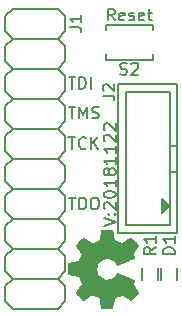
<source format=gto>
G04 #@! TF.GenerationSoftware,KiCad,Pcbnew,5.0.1-33cea8e~68~ubuntu18.04.1*
G04 #@! TF.CreationDate,2018-11-22T22:47:37+01:00*
G04 #@! TF.ProjectId,jtag_20pin_to_10pin,6A7461675F323070696E5F746F5F3130,rev?*
G04 #@! TF.SameCoordinates,Original*
G04 #@! TF.FileFunction,Legend,Top*
G04 #@! TF.FilePolarity,Positive*
%FSLAX46Y46*%
G04 Gerber Fmt 4.6, Leading zero omitted, Abs format (unit mm)*
G04 Created by KiCad (PCBNEW 5.0.1-33cea8e~68~ubuntu18.04.1) date do 22 nov 2018 22:47:37 CET*
%MOMM*%
%LPD*%
G01*
G04 APERTURE LIST*
%ADD10C,0.150000*%
%ADD11C,0.010000*%
G04 APERTURE END LIST*
D10*
X140061904Y-70852380D02*
X139728571Y-70376190D01*
X139490476Y-70852380D02*
X139490476Y-69852380D01*
X139871428Y-69852380D01*
X139966666Y-69900000D01*
X140014285Y-69947619D01*
X140061904Y-70042857D01*
X140061904Y-70185714D01*
X140014285Y-70280952D01*
X139966666Y-70328571D01*
X139871428Y-70376190D01*
X139490476Y-70376190D01*
X140871428Y-70804761D02*
X140776190Y-70852380D01*
X140585714Y-70852380D01*
X140490476Y-70804761D01*
X140442857Y-70709523D01*
X140442857Y-70328571D01*
X140490476Y-70233333D01*
X140585714Y-70185714D01*
X140776190Y-70185714D01*
X140871428Y-70233333D01*
X140919047Y-70328571D01*
X140919047Y-70423809D01*
X140442857Y-70519047D01*
X141300000Y-70804761D02*
X141395238Y-70852380D01*
X141585714Y-70852380D01*
X141680952Y-70804761D01*
X141728571Y-70709523D01*
X141728571Y-70661904D01*
X141680952Y-70566666D01*
X141585714Y-70519047D01*
X141442857Y-70519047D01*
X141347619Y-70471428D01*
X141300000Y-70376190D01*
X141300000Y-70328571D01*
X141347619Y-70233333D01*
X141442857Y-70185714D01*
X141585714Y-70185714D01*
X141680952Y-70233333D01*
X142538095Y-70804761D02*
X142442857Y-70852380D01*
X142252380Y-70852380D01*
X142157142Y-70804761D01*
X142109523Y-70709523D01*
X142109523Y-70328571D01*
X142157142Y-70233333D01*
X142252380Y-70185714D01*
X142442857Y-70185714D01*
X142538095Y-70233333D01*
X142585714Y-70328571D01*
X142585714Y-70423809D01*
X142109523Y-70519047D01*
X142871428Y-70185714D02*
X143252380Y-70185714D01*
X143014285Y-69852380D02*
X143014285Y-70709523D01*
X143061904Y-70804761D01*
X143157142Y-70852380D01*
X143252380Y-70852380D01*
X136190476Y-85852380D02*
X136761904Y-85852380D01*
X136476190Y-86852380D02*
X136476190Y-85852380D01*
X137095238Y-86852380D02*
X137095238Y-85852380D01*
X137333333Y-85852380D01*
X137476190Y-85900000D01*
X137571428Y-85995238D01*
X137619047Y-86090476D01*
X137666666Y-86280952D01*
X137666666Y-86423809D01*
X137619047Y-86614285D01*
X137571428Y-86709523D01*
X137476190Y-86804761D01*
X137333333Y-86852380D01*
X137095238Y-86852380D01*
X138285714Y-85852380D02*
X138476190Y-85852380D01*
X138571428Y-85900000D01*
X138666666Y-85995238D01*
X138714285Y-86185714D01*
X138714285Y-86519047D01*
X138666666Y-86709523D01*
X138571428Y-86804761D01*
X138476190Y-86852380D01*
X138285714Y-86852380D01*
X138190476Y-86804761D01*
X138095238Y-86709523D01*
X138047619Y-86519047D01*
X138047619Y-86185714D01*
X138095238Y-85995238D01*
X138190476Y-85900000D01*
X138285714Y-85852380D01*
X136164285Y-80752380D02*
X136735714Y-80752380D01*
X136450000Y-81752380D02*
X136450000Y-80752380D01*
X137640476Y-81657142D02*
X137592857Y-81704761D01*
X137450000Y-81752380D01*
X137354761Y-81752380D01*
X137211904Y-81704761D01*
X137116666Y-81609523D01*
X137069047Y-81514285D01*
X137021428Y-81323809D01*
X137021428Y-81180952D01*
X137069047Y-80990476D01*
X137116666Y-80895238D01*
X137211904Y-80800000D01*
X137354761Y-80752380D01*
X137450000Y-80752380D01*
X137592857Y-80800000D01*
X137640476Y-80847619D01*
X138069047Y-81752380D02*
X138069047Y-80752380D01*
X138640476Y-81752380D02*
X138211904Y-81180952D01*
X138640476Y-80752380D02*
X138069047Y-81323809D01*
X136166666Y-78152380D02*
X136738095Y-78152380D01*
X136452380Y-79152380D02*
X136452380Y-78152380D01*
X137071428Y-79152380D02*
X137071428Y-78152380D01*
X137404761Y-78866666D01*
X137738095Y-78152380D01*
X137738095Y-79152380D01*
X138166666Y-79104761D02*
X138309523Y-79152380D01*
X138547619Y-79152380D01*
X138642857Y-79104761D01*
X138690476Y-79057142D01*
X138738095Y-78961904D01*
X138738095Y-78866666D01*
X138690476Y-78771428D01*
X138642857Y-78723809D01*
X138547619Y-78676190D01*
X138357142Y-78628571D01*
X138261904Y-78580952D01*
X138214285Y-78533333D01*
X138166666Y-78438095D01*
X138166666Y-78342857D01*
X138214285Y-78247619D01*
X138261904Y-78200000D01*
X138357142Y-78152380D01*
X138595238Y-78152380D01*
X138738095Y-78200000D01*
X136176190Y-75652380D02*
X136747619Y-75652380D01*
X136461904Y-76652380D02*
X136461904Y-75652380D01*
X137080952Y-76652380D02*
X137080952Y-75652380D01*
X137319047Y-75652380D01*
X137461904Y-75700000D01*
X137557142Y-75795238D01*
X137604761Y-75890476D01*
X137652380Y-76080952D01*
X137652380Y-76223809D01*
X137604761Y-76414285D01*
X137557142Y-76509523D01*
X137461904Y-76604761D01*
X137319047Y-76652380D01*
X137080952Y-76652380D01*
X138080952Y-76652380D02*
X138080952Y-75652380D01*
D11*
G04 #@! TO.C,N1*
G36*
X136568931Y-91344186D02*
X137013555Y-91260365D01*
X137141053Y-90951080D01*
X137268551Y-90641794D01*
X137016246Y-90270754D01*
X136945996Y-90166843D01*
X136883272Y-90072913D01*
X136830938Y-89993348D01*
X136791857Y-89932530D01*
X136768893Y-89894843D01*
X136763942Y-89884579D01*
X136776676Y-89866090D01*
X136811882Y-89826580D01*
X136865062Y-89770478D01*
X136931718Y-89702213D01*
X137007354Y-89626214D01*
X137087472Y-89546908D01*
X137167574Y-89468725D01*
X137243164Y-89396093D01*
X137309745Y-89333441D01*
X137362818Y-89285197D01*
X137397887Y-89255790D01*
X137409623Y-89248759D01*
X137431260Y-89258877D01*
X137478662Y-89287241D01*
X137547193Y-89330871D01*
X137632215Y-89386782D01*
X137729093Y-89451994D01*
X137784350Y-89489781D01*
X137885248Y-89558657D01*
X137976299Y-89619860D01*
X138052970Y-89670422D01*
X138110728Y-89707372D01*
X138145043Y-89727742D01*
X138152254Y-89730803D01*
X138172748Y-89723864D01*
X138220513Y-89704949D01*
X138288832Y-89676913D01*
X138370989Y-89642609D01*
X138460270Y-89604891D01*
X138549958Y-89566613D01*
X138633338Y-89530630D01*
X138703694Y-89499794D01*
X138754310Y-89476961D01*
X138778471Y-89464983D01*
X138779422Y-89464276D01*
X138784036Y-89445469D01*
X138794328Y-89395382D01*
X138809287Y-89319207D01*
X138827901Y-89222135D01*
X138849159Y-89109357D01*
X138861418Y-89043558D01*
X138884362Y-88923050D01*
X138906195Y-88814203D01*
X138925722Y-88722524D01*
X138941748Y-88653519D01*
X138953079Y-88612696D01*
X138956674Y-88604489D01*
X138981006Y-88596452D01*
X139035959Y-88589967D01*
X139115108Y-88585030D01*
X139212026Y-88581636D01*
X139320287Y-88579782D01*
X139433465Y-88579462D01*
X139545135Y-88580673D01*
X139648868Y-88583410D01*
X139738241Y-88587669D01*
X139806826Y-88593445D01*
X139848197Y-88600733D01*
X139856810Y-88605105D01*
X139867133Y-88631236D01*
X139881892Y-88686607D01*
X139899352Y-88763893D01*
X139917780Y-88855770D01*
X139923741Y-88887842D01*
X139952066Y-89042476D01*
X139974876Y-89164625D01*
X139993080Y-89258327D01*
X140007583Y-89327616D01*
X140019292Y-89376529D01*
X140029115Y-89409103D01*
X140037956Y-89429372D01*
X140046724Y-89441374D01*
X140048457Y-89443053D01*
X140076371Y-89459816D01*
X140130695Y-89485386D01*
X140204777Y-89517212D01*
X140291965Y-89552740D01*
X140385608Y-89589417D01*
X140479052Y-89624689D01*
X140565647Y-89656004D01*
X140638740Y-89680807D01*
X140691678Y-89696546D01*
X140717811Y-89700668D01*
X140718726Y-89700324D01*
X140740086Y-89686359D01*
X140787084Y-89654678D01*
X140854827Y-89608609D01*
X140938423Y-89551482D01*
X141032982Y-89486627D01*
X141059854Y-89468157D01*
X141157275Y-89402301D01*
X141246163Y-89344350D01*
X141321412Y-89297462D01*
X141377920Y-89264793D01*
X141410581Y-89249500D01*
X141414593Y-89248759D01*
X141435684Y-89261608D01*
X141477464Y-89297112D01*
X141535445Y-89350707D01*
X141605135Y-89417829D01*
X141682045Y-89493913D01*
X141761683Y-89574396D01*
X141839561Y-89654713D01*
X141911186Y-89730301D01*
X141972070Y-89796595D01*
X142017721Y-89849031D01*
X142043650Y-89883045D01*
X142047883Y-89892455D01*
X142037912Y-89914357D01*
X142011020Y-89959200D01*
X141971736Y-90019679D01*
X141940117Y-90066211D01*
X141882098Y-90150525D01*
X141813784Y-90250374D01*
X141745579Y-90350527D01*
X141709075Y-90404373D01*
X141585800Y-90586629D01*
X141668520Y-90739619D01*
X141704759Y-90809318D01*
X141732926Y-90868586D01*
X141748991Y-90908689D01*
X141751226Y-90918897D01*
X141734722Y-90931171D01*
X141688082Y-90955387D01*
X141615609Y-90989737D01*
X141521606Y-91032412D01*
X141410374Y-91081606D01*
X141286215Y-91135510D01*
X141153432Y-91192316D01*
X141016327Y-91250218D01*
X140879202Y-91307407D01*
X140746358Y-91362076D01*
X140622098Y-91412416D01*
X140510725Y-91456620D01*
X140416539Y-91492881D01*
X140343844Y-91519391D01*
X140296941Y-91534342D01*
X140280833Y-91536746D01*
X140260286Y-91517689D01*
X140226933Y-91475964D01*
X140187702Y-91420294D01*
X140184599Y-91415622D01*
X140069423Y-91271736D01*
X139935053Y-91155717D01*
X139785784Y-91068570D01*
X139625913Y-91011301D01*
X139459737Y-90984914D01*
X139291552Y-90990415D01*
X139125655Y-91028810D01*
X138966342Y-91101105D01*
X138931487Y-91122374D01*
X138790737Y-91233004D01*
X138677714Y-91363698D01*
X138593003Y-91509936D01*
X138537194Y-91667192D01*
X138510874Y-91830943D01*
X138514630Y-91996667D01*
X138549050Y-92159838D01*
X138614723Y-92315935D01*
X138712235Y-92460433D01*
X138751813Y-92505131D01*
X138875703Y-92618888D01*
X139006124Y-92701782D01*
X139152315Y-92758644D01*
X139297088Y-92790313D01*
X139459860Y-92798131D01*
X139623440Y-92772062D01*
X139782298Y-92714755D01*
X139930906Y-92628856D01*
X140063735Y-92517014D01*
X140175256Y-92381877D01*
X140187011Y-92364117D01*
X140225508Y-92307850D01*
X140258863Y-92265077D01*
X140280160Y-92244628D01*
X140280833Y-92244331D01*
X140303871Y-92248721D01*
X140356157Y-92266124D01*
X140433390Y-92294732D01*
X140531268Y-92332735D01*
X140645491Y-92378326D01*
X140771758Y-92429697D01*
X140905767Y-92485038D01*
X141043218Y-92542542D01*
X141179808Y-92600399D01*
X141311237Y-92656802D01*
X141433205Y-92709942D01*
X141541409Y-92758010D01*
X141631549Y-92799199D01*
X141699323Y-92831699D01*
X141740430Y-92853703D01*
X141751226Y-92862564D01*
X141742819Y-92889640D01*
X141720272Y-92940303D01*
X141687613Y-93005817D01*
X141668520Y-93041841D01*
X141585800Y-93194832D01*
X141709075Y-93377088D01*
X141772228Y-93470125D01*
X141841727Y-93571985D01*
X141907165Y-93667438D01*
X141940117Y-93715250D01*
X141985273Y-93782495D01*
X142021057Y-93839436D01*
X142042938Y-93878646D01*
X142047563Y-93891381D01*
X142035085Y-93909917D01*
X142000252Y-93950941D01*
X141946678Y-94010475D01*
X141877983Y-94084542D01*
X141797781Y-94169165D01*
X141746286Y-94222685D01*
X141654286Y-94316319D01*
X141571999Y-94397241D01*
X141502945Y-94462177D01*
X141450644Y-94507858D01*
X141418616Y-94531011D01*
X141412116Y-94533232D01*
X141387394Y-94522924D01*
X141337405Y-94494439D01*
X141267212Y-94450937D01*
X141181875Y-94395577D01*
X141086456Y-94331520D01*
X141059854Y-94313303D01*
X140963167Y-94246927D01*
X140876117Y-94187378D01*
X140803595Y-94137984D01*
X140750493Y-94102075D01*
X140721703Y-94082981D01*
X140718726Y-94081136D01*
X140695782Y-94083895D01*
X140645336Y-94098538D01*
X140574041Y-94122513D01*
X140488547Y-94153266D01*
X140395507Y-94188244D01*
X140301574Y-94224893D01*
X140213399Y-94260661D01*
X140137634Y-94292994D01*
X140080931Y-94319338D01*
X140049943Y-94337142D01*
X140048457Y-94338407D01*
X140039601Y-94349294D01*
X140030843Y-94367682D01*
X140021277Y-94397606D01*
X140009996Y-94443103D01*
X139996093Y-94508209D01*
X139978663Y-94596961D01*
X139956798Y-94713393D01*
X139929591Y-94861542D01*
X139923741Y-94893618D01*
X139905374Y-94988686D01*
X139887405Y-95071565D01*
X139871569Y-95134930D01*
X139859600Y-95171458D01*
X139856810Y-95176356D01*
X139832072Y-95184427D01*
X139776790Y-95190987D01*
X139697389Y-95196033D01*
X139600296Y-95199559D01*
X139491938Y-95201561D01*
X139378740Y-95202036D01*
X139267128Y-95200977D01*
X139163529Y-95198382D01*
X139074368Y-95194246D01*
X139006072Y-95188563D01*
X138965066Y-95181331D01*
X138956674Y-95176971D01*
X138948208Y-95152698D01*
X138934435Y-95097426D01*
X138916550Y-95016662D01*
X138895748Y-94915912D01*
X138873223Y-94800683D01*
X138861418Y-94737902D01*
X138839151Y-94618787D01*
X138818979Y-94512565D01*
X138801915Y-94424427D01*
X138788969Y-94359566D01*
X138781155Y-94323174D01*
X138779422Y-94317184D01*
X138759890Y-94307061D01*
X138712843Y-94285662D01*
X138645003Y-94255839D01*
X138563091Y-94220445D01*
X138473828Y-94182332D01*
X138383935Y-94144353D01*
X138300135Y-94109360D01*
X138229147Y-94080206D01*
X138177694Y-94059743D01*
X138152497Y-94050823D01*
X138151396Y-94050657D01*
X138131519Y-94060769D01*
X138085777Y-94089117D01*
X138018717Y-94132723D01*
X137934884Y-94188606D01*
X137838826Y-94253787D01*
X137783650Y-94291679D01*
X137682481Y-94360725D01*
X137590630Y-94422050D01*
X137512744Y-94472663D01*
X137453469Y-94509571D01*
X137417451Y-94529782D01*
X137409377Y-94532701D01*
X137390584Y-94520153D01*
X137350457Y-94485463D01*
X137293493Y-94433063D01*
X137224185Y-94367384D01*
X137147031Y-94292856D01*
X137066525Y-94213913D01*
X136987163Y-94134983D01*
X136913440Y-94060500D01*
X136849852Y-93994894D01*
X136800894Y-93942596D01*
X136771061Y-93908039D01*
X136763942Y-93896478D01*
X136773953Y-93877654D01*
X136802078Y-93832631D01*
X136845454Y-93765787D01*
X136901218Y-93681499D01*
X136966506Y-93584144D01*
X137016246Y-93510707D01*
X137268551Y-93139667D01*
X137013555Y-92521095D01*
X136568931Y-92437275D01*
X136124307Y-92353454D01*
X136124307Y-91428006D01*
X136568931Y-91344186D01*
X136568931Y-91344186D01*
G37*
X136568931Y-91344186D02*
X137013555Y-91260365D01*
X137141053Y-90951080D01*
X137268551Y-90641794D01*
X137016246Y-90270754D01*
X136945996Y-90166843D01*
X136883272Y-90072913D01*
X136830938Y-89993348D01*
X136791857Y-89932530D01*
X136768893Y-89894843D01*
X136763942Y-89884579D01*
X136776676Y-89866090D01*
X136811882Y-89826580D01*
X136865062Y-89770478D01*
X136931718Y-89702213D01*
X137007354Y-89626214D01*
X137087472Y-89546908D01*
X137167574Y-89468725D01*
X137243164Y-89396093D01*
X137309745Y-89333441D01*
X137362818Y-89285197D01*
X137397887Y-89255790D01*
X137409623Y-89248759D01*
X137431260Y-89258877D01*
X137478662Y-89287241D01*
X137547193Y-89330871D01*
X137632215Y-89386782D01*
X137729093Y-89451994D01*
X137784350Y-89489781D01*
X137885248Y-89558657D01*
X137976299Y-89619860D01*
X138052970Y-89670422D01*
X138110728Y-89707372D01*
X138145043Y-89727742D01*
X138152254Y-89730803D01*
X138172748Y-89723864D01*
X138220513Y-89704949D01*
X138288832Y-89676913D01*
X138370989Y-89642609D01*
X138460270Y-89604891D01*
X138549958Y-89566613D01*
X138633338Y-89530630D01*
X138703694Y-89499794D01*
X138754310Y-89476961D01*
X138778471Y-89464983D01*
X138779422Y-89464276D01*
X138784036Y-89445469D01*
X138794328Y-89395382D01*
X138809287Y-89319207D01*
X138827901Y-89222135D01*
X138849159Y-89109357D01*
X138861418Y-89043558D01*
X138884362Y-88923050D01*
X138906195Y-88814203D01*
X138925722Y-88722524D01*
X138941748Y-88653519D01*
X138953079Y-88612696D01*
X138956674Y-88604489D01*
X138981006Y-88596452D01*
X139035959Y-88589967D01*
X139115108Y-88585030D01*
X139212026Y-88581636D01*
X139320287Y-88579782D01*
X139433465Y-88579462D01*
X139545135Y-88580673D01*
X139648868Y-88583410D01*
X139738241Y-88587669D01*
X139806826Y-88593445D01*
X139848197Y-88600733D01*
X139856810Y-88605105D01*
X139867133Y-88631236D01*
X139881892Y-88686607D01*
X139899352Y-88763893D01*
X139917780Y-88855770D01*
X139923741Y-88887842D01*
X139952066Y-89042476D01*
X139974876Y-89164625D01*
X139993080Y-89258327D01*
X140007583Y-89327616D01*
X140019292Y-89376529D01*
X140029115Y-89409103D01*
X140037956Y-89429372D01*
X140046724Y-89441374D01*
X140048457Y-89443053D01*
X140076371Y-89459816D01*
X140130695Y-89485386D01*
X140204777Y-89517212D01*
X140291965Y-89552740D01*
X140385608Y-89589417D01*
X140479052Y-89624689D01*
X140565647Y-89656004D01*
X140638740Y-89680807D01*
X140691678Y-89696546D01*
X140717811Y-89700668D01*
X140718726Y-89700324D01*
X140740086Y-89686359D01*
X140787084Y-89654678D01*
X140854827Y-89608609D01*
X140938423Y-89551482D01*
X141032982Y-89486627D01*
X141059854Y-89468157D01*
X141157275Y-89402301D01*
X141246163Y-89344350D01*
X141321412Y-89297462D01*
X141377920Y-89264793D01*
X141410581Y-89249500D01*
X141414593Y-89248759D01*
X141435684Y-89261608D01*
X141477464Y-89297112D01*
X141535445Y-89350707D01*
X141605135Y-89417829D01*
X141682045Y-89493913D01*
X141761683Y-89574396D01*
X141839561Y-89654713D01*
X141911186Y-89730301D01*
X141972070Y-89796595D01*
X142017721Y-89849031D01*
X142043650Y-89883045D01*
X142047883Y-89892455D01*
X142037912Y-89914357D01*
X142011020Y-89959200D01*
X141971736Y-90019679D01*
X141940117Y-90066211D01*
X141882098Y-90150525D01*
X141813784Y-90250374D01*
X141745579Y-90350527D01*
X141709075Y-90404373D01*
X141585800Y-90586629D01*
X141668520Y-90739619D01*
X141704759Y-90809318D01*
X141732926Y-90868586D01*
X141748991Y-90908689D01*
X141751226Y-90918897D01*
X141734722Y-90931171D01*
X141688082Y-90955387D01*
X141615609Y-90989737D01*
X141521606Y-91032412D01*
X141410374Y-91081606D01*
X141286215Y-91135510D01*
X141153432Y-91192316D01*
X141016327Y-91250218D01*
X140879202Y-91307407D01*
X140746358Y-91362076D01*
X140622098Y-91412416D01*
X140510725Y-91456620D01*
X140416539Y-91492881D01*
X140343844Y-91519391D01*
X140296941Y-91534342D01*
X140280833Y-91536746D01*
X140260286Y-91517689D01*
X140226933Y-91475964D01*
X140187702Y-91420294D01*
X140184599Y-91415622D01*
X140069423Y-91271736D01*
X139935053Y-91155717D01*
X139785784Y-91068570D01*
X139625913Y-91011301D01*
X139459737Y-90984914D01*
X139291552Y-90990415D01*
X139125655Y-91028810D01*
X138966342Y-91101105D01*
X138931487Y-91122374D01*
X138790737Y-91233004D01*
X138677714Y-91363698D01*
X138593003Y-91509936D01*
X138537194Y-91667192D01*
X138510874Y-91830943D01*
X138514630Y-91996667D01*
X138549050Y-92159838D01*
X138614723Y-92315935D01*
X138712235Y-92460433D01*
X138751813Y-92505131D01*
X138875703Y-92618888D01*
X139006124Y-92701782D01*
X139152315Y-92758644D01*
X139297088Y-92790313D01*
X139459860Y-92798131D01*
X139623440Y-92772062D01*
X139782298Y-92714755D01*
X139930906Y-92628856D01*
X140063735Y-92517014D01*
X140175256Y-92381877D01*
X140187011Y-92364117D01*
X140225508Y-92307850D01*
X140258863Y-92265077D01*
X140280160Y-92244628D01*
X140280833Y-92244331D01*
X140303871Y-92248721D01*
X140356157Y-92266124D01*
X140433390Y-92294732D01*
X140531268Y-92332735D01*
X140645491Y-92378326D01*
X140771758Y-92429697D01*
X140905767Y-92485038D01*
X141043218Y-92542542D01*
X141179808Y-92600399D01*
X141311237Y-92656802D01*
X141433205Y-92709942D01*
X141541409Y-92758010D01*
X141631549Y-92799199D01*
X141699323Y-92831699D01*
X141740430Y-92853703D01*
X141751226Y-92862564D01*
X141742819Y-92889640D01*
X141720272Y-92940303D01*
X141687613Y-93005817D01*
X141668520Y-93041841D01*
X141585800Y-93194832D01*
X141709075Y-93377088D01*
X141772228Y-93470125D01*
X141841727Y-93571985D01*
X141907165Y-93667438D01*
X141940117Y-93715250D01*
X141985273Y-93782495D01*
X142021057Y-93839436D01*
X142042938Y-93878646D01*
X142047563Y-93891381D01*
X142035085Y-93909917D01*
X142000252Y-93950941D01*
X141946678Y-94010475D01*
X141877983Y-94084542D01*
X141797781Y-94169165D01*
X141746286Y-94222685D01*
X141654286Y-94316319D01*
X141571999Y-94397241D01*
X141502945Y-94462177D01*
X141450644Y-94507858D01*
X141418616Y-94531011D01*
X141412116Y-94533232D01*
X141387394Y-94522924D01*
X141337405Y-94494439D01*
X141267212Y-94450937D01*
X141181875Y-94395577D01*
X141086456Y-94331520D01*
X141059854Y-94313303D01*
X140963167Y-94246927D01*
X140876117Y-94187378D01*
X140803595Y-94137984D01*
X140750493Y-94102075D01*
X140721703Y-94082981D01*
X140718726Y-94081136D01*
X140695782Y-94083895D01*
X140645336Y-94098538D01*
X140574041Y-94122513D01*
X140488547Y-94153266D01*
X140395507Y-94188244D01*
X140301574Y-94224893D01*
X140213399Y-94260661D01*
X140137634Y-94292994D01*
X140080931Y-94319338D01*
X140049943Y-94337142D01*
X140048457Y-94338407D01*
X140039601Y-94349294D01*
X140030843Y-94367682D01*
X140021277Y-94397606D01*
X140009996Y-94443103D01*
X139996093Y-94508209D01*
X139978663Y-94596961D01*
X139956798Y-94713393D01*
X139929591Y-94861542D01*
X139923741Y-94893618D01*
X139905374Y-94988686D01*
X139887405Y-95071565D01*
X139871569Y-95134930D01*
X139859600Y-95171458D01*
X139856810Y-95176356D01*
X139832072Y-95184427D01*
X139776790Y-95190987D01*
X139697389Y-95196033D01*
X139600296Y-95199559D01*
X139491938Y-95201561D01*
X139378740Y-95202036D01*
X139267128Y-95200977D01*
X139163529Y-95198382D01*
X139074368Y-95194246D01*
X139006072Y-95188563D01*
X138965066Y-95181331D01*
X138956674Y-95176971D01*
X138948208Y-95152698D01*
X138934435Y-95097426D01*
X138916550Y-95016662D01*
X138895748Y-94915912D01*
X138873223Y-94800683D01*
X138861418Y-94737902D01*
X138839151Y-94618787D01*
X138818979Y-94512565D01*
X138801915Y-94424427D01*
X138788969Y-94359566D01*
X138781155Y-94323174D01*
X138779422Y-94317184D01*
X138759890Y-94307061D01*
X138712843Y-94285662D01*
X138645003Y-94255839D01*
X138563091Y-94220445D01*
X138473828Y-94182332D01*
X138383935Y-94144353D01*
X138300135Y-94109360D01*
X138229147Y-94080206D01*
X138177694Y-94059743D01*
X138152497Y-94050823D01*
X138151396Y-94050657D01*
X138131519Y-94060769D01*
X138085777Y-94089117D01*
X138018717Y-94132723D01*
X137934884Y-94188606D01*
X137838826Y-94253787D01*
X137783650Y-94291679D01*
X137682481Y-94360725D01*
X137590630Y-94422050D01*
X137512744Y-94472663D01*
X137453469Y-94509571D01*
X137417451Y-94529782D01*
X137409377Y-94532701D01*
X137390584Y-94520153D01*
X137350457Y-94485463D01*
X137293493Y-94433063D01*
X137224185Y-94367384D01*
X137147031Y-94292856D01*
X137066525Y-94213913D01*
X136987163Y-94134983D01*
X136913440Y-94060500D01*
X136849852Y-93994894D01*
X136800894Y-93942596D01*
X136771061Y-93908039D01*
X136763942Y-93896478D01*
X136773953Y-93877654D01*
X136802078Y-93832631D01*
X136845454Y-93765787D01*
X136901218Y-93681499D01*
X136966506Y-93584144D01*
X137016246Y-93510707D01*
X137268551Y-93139667D01*
X137013555Y-92521095D01*
X136568931Y-92437275D01*
X136124307Y-92353454D01*
X136124307Y-91428006D01*
X136568931Y-91344186D01*
D10*
G04 #@! TO.C,D1*
X145375000Y-91800000D02*
X145375000Y-92800000D01*
X144025000Y-92800000D02*
X144025000Y-91800000D01*
G04 #@! TO.C,J1*
X131445000Y-69850000D02*
X130810000Y-70485000D01*
X130810000Y-71755000D02*
X131445000Y-72390000D01*
X131445000Y-72390000D02*
X130810000Y-73025000D01*
X130810000Y-74295000D02*
X131445000Y-74930000D01*
X131445000Y-74930000D02*
X130810000Y-75565000D01*
X130810000Y-76835000D02*
X131445000Y-77470000D01*
X131445000Y-77470000D02*
X130810000Y-78105000D01*
X130810000Y-79375000D02*
X131445000Y-80010000D01*
X131445000Y-80010000D02*
X130810000Y-80645000D01*
X130810000Y-81915000D02*
X131445000Y-82550000D01*
X131445000Y-82550000D02*
X130810000Y-83185000D01*
X130810000Y-84455000D02*
X131445000Y-85090000D01*
X131445000Y-69850000D02*
X135255000Y-69850000D01*
X135255000Y-69850000D02*
X135890000Y-70485000D01*
X135890000Y-70485000D02*
X135890000Y-71755000D01*
X135890000Y-71755000D02*
X135255000Y-72390000D01*
X135255000Y-72390000D02*
X135890000Y-73025000D01*
X135890000Y-73025000D02*
X135890000Y-74295000D01*
X135890000Y-74295000D02*
X135255000Y-74930000D01*
X135255000Y-74930000D02*
X135890000Y-75565000D01*
X135890000Y-75565000D02*
X135890000Y-76835000D01*
X135890000Y-76835000D02*
X135255000Y-77470000D01*
X135255000Y-77470000D02*
X135890000Y-78105000D01*
X135890000Y-78105000D02*
X135890000Y-79375000D01*
X135890000Y-79375000D02*
X135255000Y-80010000D01*
X135255000Y-80010000D02*
X135890000Y-80645000D01*
X135890000Y-80645000D02*
X135890000Y-81915000D01*
X135890000Y-81915000D02*
X135255000Y-82550000D01*
X135255000Y-82550000D02*
X135890000Y-83185000D01*
X135890000Y-83185000D02*
X135890000Y-84455000D01*
X135890000Y-84455000D02*
X135255000Y-85090000D01*
X135255000Y-85090000D02*
X135890000Y-85725000D01*
X135890000Y-85725000D02*
X135890000Y-86995000D01*
X135890000Y-86995000D02*
X135255000Y-87630000D01*
X135255000Y-87630000D02*
X135890000Y-88265000D01*
X135890000Y-88265000D02*
X135890000Y-89535000D01*
X135890000Y-89535000D02*
X135255000Y-90170000D01*
X135255000Y-90170000D02*
X135890000Y-90805000D01*
X135890000Y-90805000D02*
X135890000Y-92075000D01*
X135890000Y-92075000D02*
X135255000Y-92710000D01*
X131445000Y-92710000D02*
X130810000Y-92075000D01*
X131445000Y-90170000D02*
X130810000Y-90805000D01*
X131445000Y-90170000D02*
X130810000Y-89535000D01*
X131445000Y-87630000D02*
X130810000Y-88265000D01*
X131445000Y-87630000D02*
X130810000Y-86995000D01*
X131445000Y-85090000D02*
X130810000Y-85725000D01*
X135255000Y-72390000D02*
X131445000Y-72390000D01*
X135255000Y-74930000D02*
X131445000Y-74930000D01*
X135255000Y-77470000D02*
X131445000Y-77470000D01*
X135255000Y-80010000D02*
X131445000Y-80010000D01*
X135255000Y-82550000D02*
X131445000Y-82550000D01*
X135255000Y-85090000D02*
X131445000Y-85090000D01*
X135255000Y-87630000D02*
X131445000Y-87630000D01*
X135255000Y-90170000D02*
X131445000Y-90170000D01*
X135255000Y-92710000D02*
X131445000Y-92710000D01*
X130810000Y-90805000D02*
X130810000Y-92075000D01*
X130810000Y-88265000D02*
X130810000Y-89535000D01*
X130810000Y-85725000D02*
X130810000Y-86995000D01*
X130810000Y-83185000D02*
X130810000Y-84455000D01*
X130810000Y-80645000D02*
X130810000Y-81915000D01*
X130810000Y-78105000D02*
X130810000Y-79375000D01*
X130810000Y-75565000D02*
X130810000Y-76835000D01*
X130810000Y-73025000D02*
X130810000Y-74295000D01*
X130810000Y-70485000D02*
X130810000Y-71755000D01*
X135255000Y-92710000D02*
X135890000Y-93345000D01*
X135890000Y-93345000D02*
X135890000Y-94615000D01*
X135890000Y-94615000D02*
X135255000Y-95250000D01*
X131445000Y-95250000D02*
X130810000Y-94615000D01*
X131445000Y-92710000D02*
X130810000Y-93345000D01*
X135255000Y-95250000D02*
X131445000Y-95250000D01*
X130810000Y-93345000D02*
X130810000Y-94615000D01*
G04 #@! TO.C,J2*
X144575000Y-86650000D02*
X144575000Y-86450000D01*
X144475000Y-86750000D02*
X144475000Y-86350000D01*
X144375000Y-86850000D02*
X144375000Y-86350000D01*
X144275000Y-86850000D02*
X144275000Y-86250000D01*
X144175000Y-86950000D02*
X144175000Y-86150000D01*
X144075000Y-85950000D02*
X144075000Y-87150000D01*
X144675000Y-86550000D02*
X144075000Y-85950000D01*
X144075000Y-87150000D02*
X144675000Y-86550000D01*
X145375000Y-83650000D02*
X144775000Y-83650000D01*
X145375000Y-81450000D02*
X144775000Y-81450000D01*
X144725000Y-88175000D02*
X141025000Y-88175000D01*
X144725000Y-76925000D02*
X144725000Y-88175000D01*
X141025000Y-76925000D02*
X144725000Y-76925000D01*
X141025000Y-88175000D02*
X141025000Y-76925000D01*
X145375000Y-88875000D02*
X140375000Y-88875000D01*
X145375000Y-76225000D02*
X145375000Y-88875000D01*
X140375000Y-76225000D02*
X145375000Y-76225000D01*
X140375000Y-88875000D02*
X140375000Y-76225000D01*
G04 #@! TO.C,R1*
X142425000Y-92800000D02*
X142425000Y-91800000D01*
X143775000Y-91800000D02*
X143775000Y-92800000D01*
G04 #@! TO.C,S2*
X139301020Y-71201400D02*
X139301020Y-71701780D01*
X139301020Y-73698220D02*
X139301020Y-74198600D01*
X139301020Y-74198600D02*
X143298980Y-74198600D01*
X143298980Y-74198600D02*
X143298980Y-73698220D01*
X143298980Y-71701780D02*
X143298980Y-71201400D01*
X143298980Y-71201400D02*
X139301020Y-71201400D01*
G04 #@! TO.C,N2*
X139247619Y-86819047D02*
X139200000Y-86771428D01*
X139152380Y-86676190D01*
X139152380Y-86438095D01*
X139200000Y-86342857D01*
X139247619Y-86295238D01*
X139342857Y-86247619D01*
X139438095Y-86247619D01*
X139580952Y-86295238D01*
X140152380Y-86866666D01*
X140152380Y-86247619D01*
X139152380Y-85628571D02*
X139152380Y-85533333D01*
X139200000Y-85438095D01*
X139247619Y-85390476D01*
X139342857Y-85342857D01*
X139533333Y-85295238D01*
X139771428Y-85295238D01*
X139961904Y-85342857D01*
X140057142Y-85390476D01*
X140104761Y-85438095D01*
X140152380Y-85533333D01*
X140152380Y-85628571D01*
X140104761Y-85723809D01*
X140057142Y-85771428D01*
X139961904Y-85819047D01*
X139771428Y-85866666D01*
X139533333Y-85866666D01*
X139342857Y-85819047D01*
X139247619Y-85771428D01*
X139200000Y-85723809D01*
X139152380Y-85628571D01*
X140152380Y-84342857D02*
X140152380Y-84914285D01*
X140152380Y-84628571D02*
X139152380Y-84628571D01*
X139295238Y-84723809D01*
X139390476Y-84819047D01*
X139438095Y-84914285D01*
X139580952Y-83771428D02*
X139533333Y-83866666D01*
X139485714Y-83914285D01*
X139390476Y-83961904D01*
X139342857Y-83961904D01*
X139247619Y-83914285D01*
X139200000Y-83866666D01*
X139152380Y-83771428D01*
X139152380Y-83580952D01*
X139200000Y-83485714D01*
X139247619Y-83438095D01*
X139342857Y-83390476D01*
X139390476Y-83390476D01*
X139485714Y-83438095D01*
X139533333Y-83485714D01*
X139580952Y-83580952D01*
X139580952Y-83771428D01*
X139628571Y-83866666D01*
X139676190Y-83914285D01*
X139771428Y-83961904D01*
X139961904Y-83961904D01*
X140057142Y-83914285D01*
X140104761Y-83866666D01*
X140152380Y-83771428D01*
X140152380Y-83580952D01*
X140104761Y-83485714D01*
X140057142Y-83438095D01*
X139961904Y-83390476D01*
X139771428Y-83390476D01*
X139676190Y-83438095D01*
X139628571Y-83485714D01*
X139580952Y-83580952D01*
X140152380Y-82438095D02*
X140152380Y-83009523D01*
X140152380Y-82723809D02*
X139152380Y-82723809D01*
X139295238Y-82819047D01*
X139390476Y-82914285D01*
X139438095Y-83009523D01*
X140152380Y-81485714D02*
X140152380Y-82057142D01*
X140152380Y-81771428D02*
X139152380Y-81771428D01*
X139295238Y-81866666D01*
X139390476Y-81961904D01*
X139438095Y-82057142D01*
X139247619Y-81104761D02*
X139200000Y-81057142D01*
X139152380Y-80961904D01*
X139152380Y-80723809D01*
X139200000Y-80628571D01*
X139247619Y-80580952D01*
X139342857Y-80533333D01*
X139438095Y-80533333D01*
X139580952Y-80580952D01*
X140152380Y-81152380D01*
X140152380Y-80533333D01*
X139247619Y-80152380D02*
X139200000Y-80104761D01*
X139152380Y-80009523D01*
X139152380Y-79771428D01*
X139200000Y-79676190D01*
X139247619Y-79628571D01*
X139342857Y-79580952D01*
X139438095Y-79580952D01*
X139580952Y-79628571D01*
X140152380Y-80200000D01*
X140152380Y-79580952D01*
X139152380Y-88271428D02*
X140152380Y-87938095D01*
X139152380Y-87604761D01*
X140057142Y-87271428D02*
X140104761Y-87223809D01*
X140152380Y-87271428D01*
X140104761Y-87319047D01*
X140057142Y-87271428D01*
X140152380Y-87271428D01*
X139533333Y-87271428D02*
X139580952Y-87223809D01*
X139628571Y-87271428D01*
X139580952Y-87319047D01*
X139533333Y-87271428D01*
X139628571Y-87271428D01*
G04 #@! TO.C,D1*
X145152380Y-90638095D02*
X144152380Y-90638095D01*
X144152380Y-90400000D01*
X144200000Y-90257142D01*
X144295238Y-90161904D01*
X144390476Y-90114285D01*
X144580952Y-90066666D01*
X144723809Y-90066666D01*
X144914285Y-90114285D01*
X145009523Y-90161904D01*
X145104761Y-90257142D01*
X145152380Y-90400000D01*
X145152380Y-90638095D01*
X145152380Y-89114285D02*
X145152380Y-89685714D01*
X145152380Y-89400000D02*
X144152380Y-89400000D01*
X144295238Y-89495238D01*
X144390476Y-89590476D01*
X144438095Y-89685714D01*
G04 #@! TO.C,J1*
X136252380Y-71433333D02*
X136966666Y-71433333D01*
X137109523Y-71480952D01*
X137204761Y-71576190D01*
X137252380Y-71719047D01*
X137252380Y-71814285D01*
X137252380Y-70433333D02*
X137252380Y-71004761D01*
X137252380Y-70719047D02*
X136252380Y-70719047D01*
X136395238Y-70814285D01*
X136490476Y-70909523D01*
X136538095Y-71004761D01*
G04 #@! TO.C,J2*
X139052380Y-77233333D02*
X139766666Y-77233333D01*
X139909523Y-77280952D01*
X140004761Y-77376190D01*
X140052380Y-77519047D01*
X140052380Y-77614285D01*
X139147619Y-76804761D02*
X139100000Y-76757142D01*
X139052380Y-76661904D01*
X139052380Y-76423809D01*
X139100000Y-76328571D01*
X139147619Y-76280952D01*
X139242857Y-76233333D01*
X139338095Y-76233333D01*
X139480952Y-76280952D01*
X140052380Y-76852380D01*
X140052380Y-76233333D01*
G04 #@! TO.C,R1*
X143552380Y-90066666D02*
X143076190Y-90400000D01*
X143552380Y-90638095D02*
X142552380Y-90638095D01*
X142552380Y-90257142D01*
X142600000Y-90161904D01*
X142647619Y-90114285D01*
X142742857Y-90066666D01*
X142885714Y-90066666D01*
X142980952Y-90114285D01*
X143028571Y-90161904D01*
X143076190Y-90257142D01*
X143076190Y-90638095D01*
X143552380Y-89114285D02*
X143552380Y-89685714D01*
X143552380Y-89400000D02*
X142552380Y-89400000D01*
X142695238Y-89495238D01*
X142790476Y-89590476D01*
X142838095Y-89685714D01*
G04 #@! TO.C,S2*
X140538095Y-75404761D02*
X140680952Y-75452380D01*
X140919047Y-75452380D01*
X141014285Y-75404761D01*
X141061904Y-75357142D01*
X141109523Y-75261904D01*
X141109523Y-75166666D01*
X141061904Y-75071428D01*
X141014285Y-75023809D01*
X140919047Y-74976190D01*
X140728571Y-74928571D01*
X140633333Y-74880952D01*
X140585714Y-74833333D01*
X140538095Y-74738095D01*
X140538095Y-74642857D01*
X140585714Y-74547619D01*
X140633333Y-74500000D01*
X140728571Y-74452380D01*
X140966666Y-74452380D01*
X141109523Y-74500000D01*
X141490476Y-74547619D02*
X141538095Y-74500000D01*
X141633333Y-74452380D01*
X141871428Y-74452380D01*
X141966666Y-74500000D01*
X142014285Y-74547619D01*
X142061904Y-74642857D01*
X142061904Y-74738095D01*
X142014285Y-74880952D01*
X141442857Y-75452380D01*
X142061904Y-75452380D01*
G04 #@! TD*
M02*

</source>
